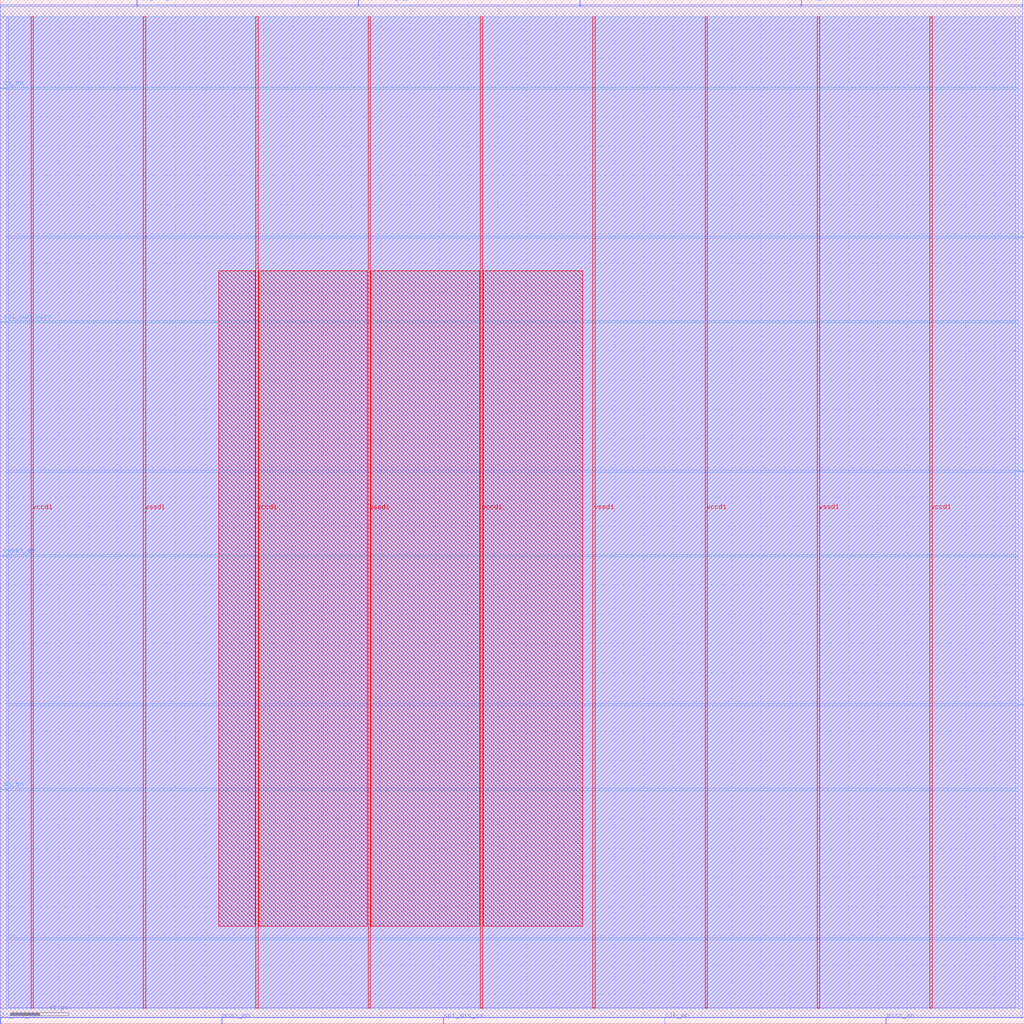
<source format=lef>
VERSION 5.7 ;
  NOWIREEXTENSIONATPIN ON ;
  DIVIDERCHAR "/" ;
  BUSBITCHARS "[]" ;
MACRO grp_16_SPI_TapeOutBlockRTL_32bits_5entries
  CLASS BLOCK ;
  FOREIGN grp_16_SPI_TapeOutBlockRTL_32bits_5entries ;
  ORIGIN 0.000 0.000 ;
  SIZE 700.000 BY 700.000 ;
  PIN adapter_parity
    DIRECTION OUTPUT TRISTATE ;
    USE SIGNAL ;
    PORT
      LAYER met3 ;
        RECT 696.000 57.840 700.000 58.440 ;
    END
  END adapter_parity
  PIN ap_en
    DIRECTION OUTPUT TRISTATE ;
    USE SIGNAL ;
    PORT
      LAYER met3 ;
        RECT 696.000 537.240 700.000 537.840 ;
    END
  END ap_en
  PIN clk
    DIRECTION INPUT ;
    USE SIGNAL ;
    PORT
      LAYER met2 ;
        RECT 396.150 696.000 396.430 700.000 ;
    END
  END clk
  PIN clk_en
    DIRECTION OUTPUT TRISTATE ;
    USE SIGNAL ;
    PORT
      LAYER met2 ;
        RECT 454.110 0.000 454.390 4.000 ;
    END
  END clk_en
  PIN cs_en
    DIRECTION OUTPUT TRISTATE ;
    USE SIGNAL ;
    PORT
      LAYER met3 ;
        RECT 0.000 639.240 4.000 639.840 ;
    END
  END cs_en
  PIN loopthrough_sel
    DIRECTION INPUT ;
    USE SIGNAL ;
    PORT
      LAYER met2 ;
        RECT 244.810 696.000 245.090 700.000 ;
    END
  END loopthrough_sel
  PIN lt_sel_en
    DIRECTION OUTPUT TRISTATE ;
    USE SIGNAL ;
    PORT
      LAYER met2 ;
        RECT 0.090 0.000 0.370 4.000 ;
    END
  END lt_sel_en
  PIN minion_parity
    DIRECTION OUTPUT TRISTATE ;
    USE SIGNAL ;
    PORT
      LAYER met2 ;
        RECT 698.830 696.000 699.110 700.000 ;
    END
  END minion_parity
  PIN miso_en
    DIRECTION OUTPUT TRISTATE ;
    USE SIGNAL ;
    PORT
      LAYER met2 ;
        RECT 605.450 0.000 605.730 4.000 ;
    END
  END miso_en
  PIN mosi_en
    DIRECTION OUTPUT TRISTATE ;
    USE SIGNAL ;
    PORT
      LAYER met2 ;
        RECT 151.430 0.000 151.710 4.000 ;
    END
  END mosi_en
  PIN mp_en
    DIRECTION OUTPUT TRISTATE ;
    USE SIGNAL ;
    PORT
      LAYER met3 ;
        RECT 0.000 159.840 4.000 160.440 ;
    END
  END mp_en
  PIN reset
    DIRECTION INPUT ;
    USE SIGNAL ;
    PORT
      LAYER met3 ;
        RECT 696.000 377.440 700.000 378.040 ;
    END
  END reset
  PIN reset_en
    DIRECTION OUTPUT TRISTATE ;
    USE SIGNAL ;
    PORT
      LAYER met3 ;
        RECT 0.000 319.640 4.000 320.240 ;
    END
  END reset_en
  PIN sclk_en
    DIRECTION OUTPUT TRISTATE ;
    USE SIGNAL ;
    PORT
      LAYER met2 ;
        RECT 547.490 696.000 547.770 700.000 ;
    END
  END sclk_en
  PIN spi_min_cs
    DIRECTION INPUT ;
    USE SIGNAL ;
    PORT
      LAYER met2 ;
        RECT 302.770 0.000 303.050 4.000 ;
    END
  END spi_min_cs
  PIN spi_min_miso
    DIRECTION OUTPUT TRISTATE ;
    USE SIGNAL ;
    PORT
      LAYER met3 ;
        RECT 0.000 479.440 4.000 480.040 ;
    END
  END spi_min_miso
  PIN spi_min_mosi
    DIRECTION INPUT ;
    USE SIGNAL ;
    PORT
      LAYER met2 ;
        RECT 93.470 696.000 93.750 700.000 ;
    END
  END spi_min_mosi
  PIN spi_min_sclk
    DIRECTION INPUT ;
    USE SIGNAL ;
    PORT
      LAYER met3 ;
        RECT 696.000 217.640 700.000 218.240 ;
    END
  END spi_min_sclk
  PIN vccd1
    DIRECTION INPUT ;
    USE POWER ;
    PORT
      LAYER met4 ;
        RECT 21.040 10.640 22.640 688.400 ;
    END
    PORT
      LAYER met4 ;
        RECT 174.640 10.640 176.240 688.400 ;
    END
    PORT
      LAYER met4 ;
        RECT 328.240 10.640 329.840 688.400 ;
    END
    PORT
      LAYER met4 ;
        RECT 481.840 10.640 483.440 688.400 ;
    END
    PORT
      LAYER met4 ;
        RECT 635.440 10.640 637.040 688.400 ;
    END
  END vccd1
  PIN vssd1
    DIRECTION INPUT ;
    USE GROUND ;
    PORT
      LAYER met4 ;
        RECT 97.840 10.640 99.440 688.400 ;
    END
    PORT
      LAYER met4 ;
        RECT 251.440 10.640 253.040 688.400 ;
    END
    PORT
      LAYER met4 ;
        RECT 405.040 10.640 406.640 688.400 ;
    END
    PORT
      LAYER met4 ;
        RECT 558.640 10.640 560.240 688.400 ;
    END
  END vssd1
  OBS
      LAYER li1 ;
        RECT 5.520 10.795 694.140 688.245 ;
      LAYER met1 ;
        RECT 0.070 10.640 699.130 688.400 ;
      LAYER met2 ;
        RECT 0.100 695.720 93.190 696.730 ;
        RECT 94.030 695.720 244.530 696.730 ;
        RECT 245.370 695.720 395.870 696.730 ;
        RECT 396.710 695.720 547.210 696.730 ;
        RECT 548.050 695.720 698.550 696.730 ;
        RECT 0.100 4.280 699.100 695.720 ;
        RECT 0.650 4.000 151.150 4.280 ;
        RECT 151.990 4.000 302.490 4.280 ;
        RECT 303.330 4.000 453.830 4.280 ;
        RECT 454.670 4.000 605.170 4.280 ;
        RECT 606.010 4.000 699.100 4.280 ;
      LAYER met3 ;
        RECT 4.000 640.240 696.000 688.325 ;
        RECT 4.400 638.840 696.000 640.240 ;
        RECT 4.000 538.240 696.000 638.840 ;
        RECT 4.000 536.840 695.600 538.240 ;
        RECT 4.000 480.440 696.000 536.840 ;
        RECT 4.400 479.040 696.000 480.440 ;
        RECT 4.000 378.440 696.000 479.040 ;
        RECT 4.000 377.040 695.600 378.440 ;
        RECT 4.000 320.640 696.000 377.040 ;
        RECT 4.400 319.240 696.000 320.640 ;
        RECT 4.000 218.640 696.000 319.240 ;
        RECT 4.000 217.240 695.600 218.640 ;
        RECT 4.000 160.840 696.000 217.240 ;
        RECT 4.400 159.440 696.000 160.840 ;
        RECT 4.000 58.840 696.000 159.440 ;
        RECT 4.000 57.440 695.600 58.840 ;
        RECT 4.000 10.715 696.000 57.440 ;
      LAYER met4 ;
        RECT 149.335 66.815 174.240 514.585 ;
        RECT 176.640 66.815 251.040 514.585 ;
        RECT 253.440 66.815 327.840 514.585 ;
        RECT 330.240 66.815 398.065 514.585 ;
  END
END grp_16_SPI_TapeOutBlockRTL_32bits_5entries
END LIBRARY


</source>
